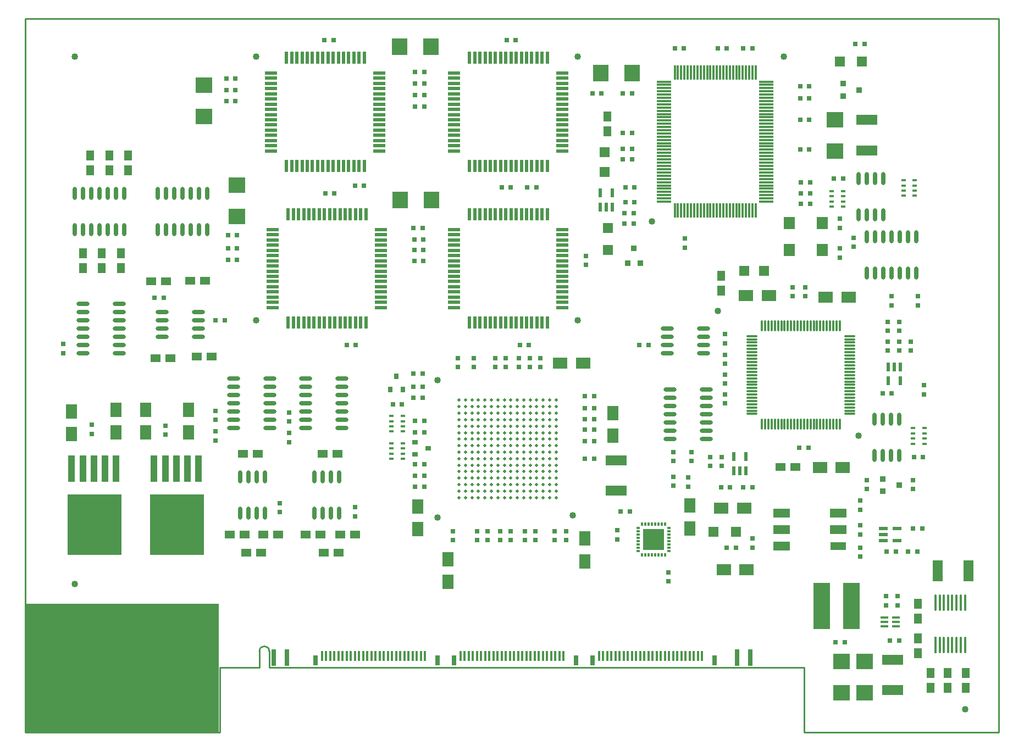
<source format=gtp>
%FSLAX23Y23*%
%MOIN*%
G70*
G01*
G75*
G04 Layer_Color=8421504*
%ADD10C,0.040*%
%ADD11R,0.037X0.035*%
%ADD12R,0.037X0.035*%
%ADD13R,0.075X0.020*%
%ADD14R,0.020X0.075*%
%ADD15R,0.330X0.370*%
%ADD16R,0.040X0.160*%
%ADD17R,0.090X0.012*%
%ADD18R,0.012X0.090*%
%ADD19R,0.031X0.060*%
%ADD20R,0.014X0.060*%
%ADD21R,0.030X0.100*%
%ADD22O,0.080X0.024*%
%ADD23O,0.024X0.080*%
%ADD24R,0.070X0.078*%
%ADD25R,0.063X0.063*%
%ADD26R,0.035X0.037*%
%ADD27R,0.035X0.037*%
%ADD28R,0.015X0.100*%
%ADD29O,0.015X0.100*%
%ADD30R,0.098X0.051*%
%ADD31R,0.100X0.052*%
%ADD32R,0.128X0.128*%
%ADD33R,0.020X0.012*%
%ADD34R,0.012X0.020*%
%ADD35R,0.030X0.030*%
%ADD36R,0.085X0.071*%
%ADD37R,0.071X0.085*%
%ADD38R,0.030X0.030*%
%ADD39R,0.125X0.060*%
%ADD40R,0.030X0.037*%
%ADD41R,0.060X0.050*%
%ADD42R,0.037X0.030*%
%ADD43R,0.050X0.060*%
%ADD44R,0.100X0.095*%
%ADD45R,0.060X0.060*%
%ADD46R,0.060X0.125*%
%ADD47R,0.028X0.017*%
%ADD48R,0.095X0.100*%
%ADD49R,0.063X0.063*%
%ADD50R,0.060X0.060*%
%ADD51O,0.071X0.012*%
%ADD52O,0.012X0.071*%
%ADD53R,0.100X0.280*%
%ADD54R,0.045X0.014*%
%ADD55R,0.057X0.022*%
%ADD56R,0.057X0.022*%
%ADD57R,0.022X0.057*%
%ADD58R,0.022X0.057*%
%ADD59C,0.019*%
%ADD60R,1.170X0.780*%
%ADD61C,0.020*%
%ADD62C,0.008*%
%ADD63C,0.006*%
%ADD64C,0.010*%
%ADD65C,0.015*%
%ADD66C,0.010*%
%ADD67C,0.050*%
%ADD68C,0.062*%
%ADD69R,0.062X0.062*%
%ADD70C,0.128*%
%ADD71C,0.236*%
%ADD72C,0.020*%
%ADD73C,0.025*%
%ADD74C,0.040*%
G04:AMPARAMS|DCode=75|XSize=85mil|YSize=85mil|CornerRadius=0mil|HoleSize=0mil|Usage=FLASHONLY|Rotation=0.000|XOffset=0mil|YOffset=0mil|HoleType=Round|Shape=Relief|Width=10mil|Gap=10mil|Entries=4|*
%AMTHD75*
7,0,0,0.085,0.065,0.010,45*
%
%ADD75THD75*%
%ADD76C,0.082*%
%ADD77C,0.132*%
G04:AMPARAMS|DCode=78|XSize=102mil|YSize=102mil|CornerRadius=0mil|HoleSize=0mil|Usage=FLASHONLY|Rotation=0.000|XOffset=0mil|YOffset=0mil|HoleType=Round|Shape=Relief|Width=10mil|Gap=10mil|Entries=4|*
%AMTHD78*
7,0,0,0.102,0.082,0.010,45*
%
%ADD78THD78*%
%ADD79C,0.065*%
G04:AMPARAMS|DCode=80|XSize=178mil|YSize=178mil|CornerRadius=0mil|HoleSize=0mil|Usage=FLASHONLY|Rotation=0.000|XOffset=0mil|YOffset=0mil|HoleType=Round|Shape=Relief|Width=10mil|Gap=10mil|Entries=4|*
%AMTHD80*
7,0,0,0.178,0.158,0.010,45*
%
%ADD80THD80*%
G04:AMPARAMS|DCode=81|XSize=96mil|YSize=96mil|CornerRadius=0mil|HoleSize=0mil|Usage=FLASHONLY|Rotation=0.000|XOffset=0mil|YOffset=0mil|HoleType=Round|Shape=Relief|Width=10mil|Gap=10mil|Entries=4|*
%AMTHD81*
7,0,0,0.096,0.076,0.010,45*
%
%ADD81THD81*%
%ADD82C,0.030*%
%ADD83C,0.035*%
%ADD84C,0.158*%
%ADD85C,0.076*%
%ADD86R,0.016X0.085*%
%ADD87R,0.707X0.020*%
%ADD88C,0.009*%
%ADD89C,0.010*%
%ADD90C,0.012*%
%ADD91C,0.024*%
%ADD92C,0.004*%
%ADD93C,0.008*%
%ADD94C,0.005*%
%ADD95R,0.350X0.200*%
D10*
X1400Y4100D02*
D03*
X3350D02*
D03*
X1400Y2500D02*
D03*
X3350D02*
D03*
X3800Y3100D02*
D03*
X4600Y4100D02*
D03*
X300Y900D02*
D03*
X5700Y140D02*
D03*
X300Y4100D02*
D03*
X2500Y1302D02*
D03*
X3320Y1316D02*
D03*
X2500Y2135D02*
D03*
X5055Y1800D02*
D03*
X4200Y2555D02*
D03*
D11*
X5201Y1537D02*
D03*
X5299Y1500D02*
D03*
X5058Y3898D02*
D03*
X4960Y3935D02*
D03*
D12*
X5201Y1463D02*
D03*
X4960Y3860D02*
D03*
D13*
X2148Y4000D02*
D03*
Y3969D02*
D03*
X1490Y3811D02*
D03*
Y3843D02*
D03*
X2148Y3906D02*
D03*
Y3874D02*
D03*
Y3811D02*
D03*
Y3780D02*
D03*
Y3748D02*
D03*
Y3685D02*
D03*
Y3654D02*
D03*
Y3622D02*
D03*
Y3591D02*
D03*
Y3559D02*
D03*
X1490Y3937D02*
D03*
X2148Y3528D02*
D03*
Y3717D02*
D03*
Y3937D02*
D03*
X1490Y3874D02*
D03*
Y3969D02*
D03*
Y3780D02*
D03*
Y3748D02*
D03*
Y3717D02*
D03*
Y3685D02*
D03*
Y3654D02*
D03*
Y3622D02*
D03*
Y3591D02*
D03*
Y3559D02*
D03*
Y3528D02*
D03*
Y4000D02*
D03*
Y3906D02*
D03*
X2148Y3843D02*
D03*
X2158Y3050D02*
D03*
Y3019D02*
D03*
X1500Y2861D02*
D03*
Y2893D02*
D03*
X2158Y2956D02*
D03*
Y2924D02*
D03*
Y2861D02*
D03*
Y2830D02*
D03*
Y2798D02*
D03*
Y2735D02*
D03*
Y2704D02*
D03*
Y2672D02*
D03*
Y2641D02*
D03*
Y2609D02*
D03*
X1500Y2987D02*
D03*
X2158Y2578D02*
D03*
Y2767D02*
D03*
Y2987D02*
D03*
X1500Y2924D02*
D03*
Y3019D02*
D03*
Y2830D02*
D03*
Y2798D02*
D03*
Y2767D02*
D03*
Y2735D02*
D03*
Y2704D02*
D03*
Y2672D02*
D03*
Y2641D02*
D03*
Y2609D02*
D03*
Y2578D02*
D03*
Y3050D02*
D03*
Y2956D02*
D03*
X2158Y2893D02*
D03*
X3258Y3050D02*
D03*
Y3019D02*
D03*
X2600Y2861D02*
D03*
Y2893D02*
D03*
X3258Y2956D02*
D03*
Y2924D02*
D03*
Y2861D02*
D03*
Y2830D02*
D03*
Y2798D02*
D03*
Y2735D02*
D03*
Y2704D02*
D03*
Y2672D02*
D03*
Y2641D02*
D03*
Y2609D02*
D03*
X2600Y2987D02*
D03*
X3258Y2578D02*
D03*
Y2767D02*
D03*
Y2987D02*
D03*
X2600Y2924D02*
D03*
Y3019D02*
D03*
Y2830D02*
D03*
Y2798D02*
D03*
Y2767D02*
D03*
Y2735D02*
D03*
Y2704D02*
D03*
Y2672D02*
D03*
Y2641D02*
D03*
Y2609D02*
D03*
Y2578D02*
D03*
Y3050D02*
D03*
Y2956D02*
D03*
X3258Y2893D02*
D03*
Y4000D02*
D03*
Y3969D02*
D03*
X2600Y3811D02*
D03*
Y3843D02*
D03*
X3258Y3906D02*
D03*
Y3874D02*
D03*
Y3811D02*
D03*
Y3780D02*
D03*
Y3748D02*
D03*
Y3685D02*
D03*
Y3654D02*
D03*
Y3622D02*
D03*
Y3591D02*
D03*
Y3559D02*
D03*
X2600Y3937D02*
D03*
X3258Y3528D02*
D03*
Y3717D02*
D03*
Y3937D02*
D03*
X2600Y3874D02*
D03*
Y3969D02*
D03*
Y3780D02*
D03*
Y3748D02*
D03*
Y3717D02*
D03*
Y3685D02*
D03*
Y3654D02*
D03*
Y3622D02*
D03*
Y3591D02*
D03*
Y3559D02*
D03*
Y3528D02*
D03*
Y4000D02*
D03*
Y3906D02*
D03*
X3258Y3843D02*
D03*
D14*
X1836Y4093D02*
D03*
X2057Y3436D02*
D03*
X2025D02*
D03*
X1962D02*
D03*
X1931D02*
D03*
X1868D02*
D03*
X1836D02*
D03*
X1647Y4093D02*
D03*
X1805Y3436D02*
D03*
X1899D02*
D03*
X2057Y4093D02*
D03*
X1742D02*
D03*
X1710D02*
D03*
X2025D02*
D03*
X1616D02*
D03*
X1679D02*
D03*
X1584Y3436D02*
D03*
X1616D02*
D03*
X1647D02*
D03*
X1679D02*
D03*
X1710D02*
D03*
X1742D02*
D03*
X1773D02*
D03*
X1899Y4093D02*
D03*
X1805D02*
D03*
X1931D02*
D03*
X1773D02*
D03*
X1962D02*
D03*
X1994D02*
D03*
X1584D02*
D03*
X1994Y3436D02*
D03*
X1868Y4093D02*
D03*
X1846Y3143D02*
D03*
X2067Y2486D02*
D03*
X2035D02*
D03*
X1972D02*
D03*
X1941D02*
D03*
X1878D02*
D03*
X1846D02*
D03*
X1657Y3143D02*
D03*
X1815Y2486D02*
D03*
X1909D02*
D03*
X2067Y3143D02*
D03*
X1752D02*
D03*
X1720D02*
D03*
X2035D02*
D03*
X1626D02*
D03*
X1689D02*
D03*
X1594Y2486D02*
D03*
X1626D02*
D03*
X1657D02*
D03*
X1689D02*
D03*
X1720D02*
D03*
X1752D02*
D03*
X1783D02*
D03*
X1909Y3143D02*
D03*
X1815D02*
D03*
X1941D02*
D03*
X1783D02*
D03*
X1972D02*
D03*
X2004D02*
D03*
X1594D02*
D03*
X2004Y2486D02*
D03*
X1878Y3143D02*
D03*
X2946D02*
D03*
X3167Y2486D02*
D03*
X3135D02*
D03*
X3072D02*
D03*
X3041D02*
D03*
X2978D02*
D03*
X2946D02*
D03*
X2757Y3143D02*
D03*
X2915Y2486D02*
D03*
X3009D02*
D03*
X3167Y3143D02*
D03*
X2852D02*
D03*
X2820D02*
D03*
X3135D02*
D03*
X2726D02*
D03*
X2789D02*
D03*
X2694Y2486D02*
D03*
X2726D02*
D03*
X2757D02*
D03*
X2789D02*
D03*
X2820D02*
D03*
X2852D02*
D03*
X2883D02*
D03*
X3009Y3143D02*
D03*
X2915D02*
D03*
X3041D02*
D03*
X2883D02*
D03*
X3072D02*
D03*
X3104D02*
D03*
X2694D02*
D03*
X3104Y2486D02*
D03*
X2978Y3143D02*
D03*
X2946Y4093D02*
D03*
X3167Y3436D02*
D03*
X3135D02*
D03*
X3072D02*
D03*
X3041D02*
D03*
X2978D02*
D03*
X2946D02*
D03*
X2757Y4093D02*
D03*
X2915Y3436D02*
D03*
X3009D02*
D03*
X3167Y4093D02*
D03*
X2852D02*
D03*
X2820D02*
D03*
X3135D02*
D03*
X2726D02*
D03*
X2789D02*
D03*
X2694Y3436D02*
D03*
X2726D02*
D03*
X2757D02*
D03*
X2789D02*
D03*
X2820D02*
D03*
X2852D02*
D03*
X2883D02*
D03*
X3009Y4093D02*
D03*
X2915D02*
D03*
X3041D02*
D03*
X2883D02*
D03*
X3072D02*
D03*
X3104D02*
D03*
X2694D02*
D03*
X3104Y3436D02*
D03*
X2978Y4093D02*
D03*
D15*
X920Y1260D02*
D03*
X420D02*
D03*
D16*
X849Y1600D02*
D03*
X782D02*
D03*
X916D02*
D03*
X1050D02*
D03*
X983D02*
D03*
X483D02*
D03*
X550D02*
D03*
X416D02*
D03*
X282D02*
D03*
X349D02*
D03*
D17*
X4495Y3220D02*
D03*
Y3279D02*
D03*
Y3318D02*
D03*
Y3338D02*
D03*
Y3358D02*
D03*
Y3377D02*
D03*
Y3417D02*
D03*
Y3476D02*
D03*
Y3496D02*
D03*
Y3515D02*
D03*
Y3771D02*
D03*
Y3791D02*
D03*
Y3811D02*
D03*
Y3870D02*
D03*
Y3948D02*
D03*
X3874Y3929D02*
D03*
Y3870D02*
D03*
Y3437D02*
D03*
Y3299D02*
D03*
Y3909D02*
D03*
Y3377D02*
D03*
Y3358D02*
D03*
Y3338D02*
D03*
Y3318D02*
D03*
X4495Y3614D02*
D03*
Y3633D02*
D03*
Y3653D02*
D03*
Y3673D02*
D03*
Y3692D02*
D03*
X3874Y3220D02*
D03*
X4495Y3437D02*
D03*
X3874Y3614D02*
D03*
Y3535D02*
D03*
Y3515D02*
D03*
Y3496D02*
D03*
Y3555D02*
D03*
Y3850D02*
D03*
Y3830D02*
D03*
X4495Y3456D02*
D03*
Y3594D02*
D03*
Y3732D02*
D03*
Y3259D02*
D03*
X3874Y3948D02*
D03*
Y3653D02*
D03*
Y3397D02*
D03*
X4495Y3751D02*
D03*
X3874Y3594D02*
D03*
X4495Y3397D02*
D03*
X3874Y3417D02*
D03*
X4495Y3889D02*
D03*
X3874Y3240D02*
D03*
Y3574D02*
D03*
Y3476D02*
D03*
Y3456D02*
D03*
X4495Y3830D02*
D03*
Y3850D02*
D03*
X3874Y3811D02*
D03*
Y3791D02*
D03*
Y3771D02*
D03*
Y3751D02*
D03*
Y3732D02*
D03*
Y3712D02*
D03*
Y3692D02*
D03*
Y3673D02*
D03*
X4495Y3909D02*
D03*
Y3929D02*
D03*
Y3299D02*
D03*
Y3555D02*
D03*
Y3574D02*
D03*
X3874Y3259D02*
D03*
X4495Y3535D02*
D03*
Y3240D02*
D03*
Y3712D02*
D03*
X3874Y3889D02*
D03*
Y3633D02*
D03*
Y3279D02*
D03*
D18*
X4372Y4004D02*
D03*
X4214Y3166D02*
D03*
X4234D02*
D03*
X4254D02*
D03*
X4273D02*
D03*
X4391D02*
D03*
X4411D02*
D03*
X4431D02*
D03*
X4332Y4004D02*
D03*
X4313D02*
D03*
X4293D02*
D03*
X4273D02*
D03*
X4136D02*
D03*
X4116D02*
D03*
X4096D02*
D03*
X4076D02*
D03*
X3939Y3166D02*
D03*
X3958D02*
D03*
X3978D02*
D03*
X4293D02*
D03*
X4313D02*
D03*
X4332D02*
D03*
X4352D02*
D03*
X4116D02*
D03*
X4037Y4004D02*
D03*
X4017D02*
D03*
X3998D02*
D03*
X3978D02*
D03*
X3958D02*
D03*
X4195Y3166D02*
D03*
X4372D02*
D03*
X4234Y4004D02*
D03*
X4057D02*
D03*
X4136Y3166D02*
D03*
X3998D02*
D03*
X4037D02*
D03*
X4096D02*
D03*
X4076D02*
D03*
X4431Y4004D02*
D03*
X4155Y3166D02*
D03*
X4411Y4004D02*
D03*
X4155D02*
D03*
X4195D02*
D03*
X4175D02*
D03*
X4214D02*
D03*
X4017Y3166D02*
D03*
X4352Y4004D02*
D03*
X4254D02*
D03*
X3939D02*
D03*
X4175Y3166D02*
D03*
X4391Y4004D02*
D03*
X4057Y3166D02*
D03*
D19*
X3442Y435D02*
D03*
X4182D02*
D03*
X3342D02*
D03*
X2602D02*
D03*
X2502D02*
D03*
X1762D02*
D03*
D20*
X4105Y463D02*
D03*
X4080D02*
D03*
X4055D02*
D03*
X4030D02*
D03*
X4005D02*
D03*
X3980D02*
D03*
X3955D02*
D03*
X3930D02*
D03*
X3905D02*
D03*
X3880D02*
D03*
X3855D02*
D03*
X3830D02*
D03*
X3805D02*
D03*
X3780D02*
D03*
X3755D02*
D03*
X3730D02*
D03*
X3705D02*
D03*
X3680D02*
D03*
X3655D02*
D03*
X3630D02*
D03*
X3605D02*
D03*
X3580D02*
D03*
X3555D02*
D03*
X3530D02*
D03*
X3505D02*
D03*
X3480D02*
D03*
X3265Y462D02*
D03*
X3240D02*
D03*
X3215D02*
D03*
X3190D02*
D03*
X3165D02*
D03*
X3140D02*
D03*
X3115D02*
D03*
X3090D02*
D03*
X3065D02*
D03*
X3040D02*
D03*
X3015D02*
D03*
X2990D02*
D03*
X2965D02*
D03*
X2940D02*
D03*
X2915D02*
D03*
X2890D02*
D03*
X2865D02*
D03*
X2840D02*
D03*
X2815D02*
D03*
X2790D02*
D03*
X2765D02*
D03*
X2740D02*
D03*
X2715D02*
D03*
X2690D02*
D03*
X2665D02*
D03*
X2640D02*
D03*
X2425D02*
D03*
X2400D02*
D03*
X2375D02*
D03*
X2350D02*
D03*
X2325D02*
D03*
X2300D02*
D03*
X2275D02*
D03*
X2250D02*
D03*
X2225D02*
D03*
X2200D02*
D03*
X2175D02*
D03*
X2150D02*
D03*
X2125D02*
D03*
X2100D02*
D03*
X2075D02*
D03*
X2050D02*
D03*
X2025D02*
D03*
X2000D02*
D03*
X1975D02*
D03*
X1950D02*
D03*
X1925D02*
D03*
X1900D02*
D03*
X1875D02*
D03*
X1850D02*
D03*
X1825D02*
D03*
X1800D02*
D03*
D21*
X1508Y453D02*
D03*
X1587D02*
D03*
X4318Y453D02*
D03*
X4397D02*
D03*
D22*
X1921Y1895D02*
D03*
Y2045D02*
D03*
X1701Y2145D02*
D03*
Y1995D02*
D03*
X1921Y1945D02*
D03*
Y1845D02*
D03*
X1701Y2045D02*
D03*
Y1895D02*
D03*
X1921Y1995D02*
D03*
Y2145D02*
D03*
X1701Y2095D02*
D03*
Y1945D02*
D03*
X1921Y2095D02*
D03*
X1701Y1845D02*
D03*
X4130Y1830D02*
D03*
Y1980D02*
D03*
X3910Y2080D02*
D03*
Y1930D02*
D03*
X4130Y1880D02*
D03*
Y1780D02*
D03*
X3910Y1980D02*
D03*
Y1830D02*
D03*
X4130Y1930D02*
D03*
Y2080D02*
D03*
X3910Y2030D02*
D03*
Y1880D02*
D03*
X4130Y2030D02*
D03*
X3910Y1780D02*
D03*
X570Y2350D02*
D03*
Y2500D02*
D03*
X350Y2600D02*
D03*
Y2450D02*
D03*
X570Y2400D02*
D03*
Y2300D02*
D03*
X350Y2500D02*
D03*
Y2350D02*
D03*
X570Y2450D02*
D03*
Y2600D02*
D03*
X350Y2550D02*
D03*
Y2400D02*
D03*
X570Y2550D02*
D03*
X350Y2300D02*
D03*
X1485Y1895D02*
D03*
Y2045D02*
D03*
X1265Y2145D02*
D03*
Y1995D02*
D03*
X1485Y1945D02*
D03*
Y1845D02*
D03*
X1265Y2045D02*
D03*
Y1895D02*
D03*
X1485Y1995D02*
D03*
Y2145D02*
D03*
X1265Y2095D02*
D03*
Y1945D02*
D03*
X1485Y2095D02*
D03*
X1265Y1845D02*
D03*
X4115Y2350D02*
D03*
Y2450D02*
D03*
X3895Y2400D02*
D03*
X4115D02*
D03*
Y2300D02*
D03*
X3895Y2350D02*
D03*
Y2450D02*
D03*
Y2300D02*
D03*
X1050Y2450D02*
D03*
Y2550D02*
D03*
X830Y2500D02*
D03*
X1050D02*
D03*
Y2400D02*
D03*
X830Y2450D02*
D03*
Y2400D02*
D03*
Y2550D02*
D03*
D23*
X855Y3050D02*
D03*
X1005D02*
D03*
X1105Y3270D02*
D03*
X955D02*
D03*
X905Y3050D02*
D03*
X805D02*
D03*
X1005Y3270D02*
D03*
X855D02*
D03*
X955Y3050D02*
D03*
X1105D02*
D03*
X1055Y3270D02*
D03*
X905D02*
D03*
X1055Y3050D02*
D03*
X805Y3270D02*
D03*
X1405Y1550D02*
D03*
X1305D02*
D03*
X1355Y1330D02*
D03*
Y1550D02*
D03*
X1455D02*
D03*
X1405Y1330D02*
D03*
X1305D02*
D03*
X1455D02*
D03*
X1855Y1550D02*
D03*
X1755D02*
D03*
X1805Y1330D02*
D03*
Y1550D02*
D03*
X1905D02*
D03*
X1855Y1330D02*
D03*
X1755D02*
D03*
X1905D02*
D03*
X350Y3050D02*
D03*
X500D02*
D03*
X600Y3270D02*
D03*
X450D02*
D03*
X400Y3050D02*
D03*
X300D02*
D03*
X500Y3270D02*
D03*
X350D02*
D03*
X450Y3050D02*
D03*
X600D02*
D03*
X550Y3270D02*
D03*
X400D02*
D03*
X550Y3050D02*
D03*
X300Y3270D02*
D03*
X5105Y3005D02*
D03*
X5355Y2785D02*
D03*
X5205Y3005D02*
D03*
X5355D02*
D03*
X5405Y2785D02*
D03*
X5255D02*
D03*
X5155Y3005D02*
D03*
X5305D02*
D03*
X5105Y2785D02*
D03*
X5205D02*
D03*
X5255Y3005D02*
D03*
X5405D02*
D03*
X5305Y2785D02*
D03*
X5155D02*
D03*
X5055Y3360D02*
D03*
X5205Y3140D02*
D03*
Y3360D02*
D03*
X5155Y3140D02*
D03*
X5055D02*
D03*
X5105Y3360D02*
D03*
X5155D02*
D03*
X5105Y3140D02*
D03*
X5300Y1680D02*
D03*
X5150Y1900D02*
D03*
Y1680D02*
D03*
X5200Y1900D02*
D03*
X5300D02*
D03*
X5250Y1680D02*
D03*
X5200D02*
D03*
X5250Y1900D02*
D03*
D24*
X4635Y3090D02*
D03*
Y2925D02*
D03*
X4835D02*
D03*
Y3090D02*
D03*
D25*
X3515Y3400D02*
D03*
Y3520D02*
D03*
D26*
X3655Y2845D02*
D03*
X3692Y2938D02*
D03*
D27*
X3730Y2845D02*
D03*
D28*
X5520Y530D02*
D03*
D29*
X5674Y785D02*
D03*
X5571D02*
D03*
X5546Y530D02*
D03*
X5597D02*
D03*
X5674D02*
D03*
X5571D02*
D03*
X5622D02*
D03*
X5648D02*
D03*
X5699Y785D02*
D03*
X5597D02*
D03*
X5648D02*
D03*
X5699Y530D02*
D03*
X5622Y785D02*
D03*
X5546D02*
D03*
X5520D02*
D03*
D30*
X4930Y1130D02*
D03*
D31*
Y1230D02*
D03*
Y1330D02*
D03*
X4587D02*
D03*
Y1230D02*
D03*
Y1130D02*
D03*
D32*
X3810Y1170D02*
D03*
D33*
X3717Y1239D02*
D03*
Y1219D02*
D03*
Y1200D02*
D03*
Y1180D02*
D03*
Y1160D02*
D03*
Y1140D02*
D03*
Y1121D02*
D03*
Y1101D02*
D03*
X3903Y1239D02*
D03*
Y1219D02*
D03*
Y1200D02*
D03*
Y1180D02*
D03*
Y1160D02*
D03*
Y1140D02*
D03*
Y1121D02*
D03*
Y1101D02*
D03*
D34*
X3741Y1077D02*
D03*
X3761D02*
D03*
X3780D02*
D03*
X3800D02*
D03*
X3820D02*
D03*
X3840D02*
D03*
X3859D02*
D03*
X3879D02*
D03*
X3741Y1263D02*
D03*
X3761D02*
D03*
X3780D02*
D03*
X3800D02*
D03*
X3820D02*
D03*
X3840D02*
D03*
X3859D02*
D03*
X3879D02*
D03*
D35*
X2420Y1490D02*
D03*
X2365D02*
D03*
X2410Y2030D02*
D03*
X2355D02*
D03*
X2410Y2175D02*
D03*
X2355D02*
D03*
X3450Y1835D02*
D03*
X3395D02*
D03*
X3450Y1660D02*
D03*
X3395D02*
D03*
X2365Y1555D02*
D03*
X2420D02*
D03*
X2365Y1890D02*
D03*
X2420D02*
D03*
X3395Y1765D02*
D03*
X3450D02*
D03*
X3395Y1900D02*
D03*
X3450D02*
D03*
X3395Y1965D02*
D03*
X3450D02*
D03*
X2285Y1990D02*
D03*
X2230D02*
D03*
X2410Y2095D02*
D03*
X2355D02*
D03*
X3395Y2040D02*
D03*
X3450D02*
D03*
X840Y2635D02*
D03*
X785D02*
D03*
X1210Y2500D02*
D03*
X1155D02*
D03*
X2420Y1820D02*
D03*
X2365D02*
D03*
X2420Y1625D02*
D03*
X2365D02*
D03*
X3780Y2350D02*
D03*
X3725D02*
D03*
X4970Y545D02*
D03*
X4915D02*
D03*
X3612Y1341D02*
D03*
X3667D02*
D03*
X5300Y555D02*
D03*
X5245D02*
D03*
X5385Y1235D02*
D03*
X5440D02*
D03*
X4255Y1120D02*
D03*
X4310D02*
D03*
X5410Y1095D02*
D03*
X5355D02*
D03*
X5280D02*
D03*
X5225D02*
D03*
X4410Y1485D02*
D03*
X4355D02*
D03*
X4220Y1485D02*
D03*
X4275D02*
D03*
X1230Y3015D02*
D03*
X1285D02*
D03*
X2410Y3060D02*
D03*
X2355D02*
D03*
X4960Y3360D02*
D03*
X4905D02*
D03*
X5035Y4175D02*
D03*
X5090D02*
D03*
X4700Y3845D02*
D03*
X4755D02*
D03*
X1230Y2935D02*
D03*
X1285D02*
D03*
X1230Y2865D02*
D03*
X1285D02*
D03*
X2005Y2350D02*
D03*
X1950D02*
D03*
X2415Y2860D02*
D03*
X2360D02*
D03*
X1820Y3270D02*
D03*
X1875D02*
D03*
X2360Y2925D02*
D03*
X2415D02*
D03*
X2360Y2990D02*
D03*
X2415D02*
D03*
X3000Y2350D02*
D03*
X3055D02*
D03*
X2890Y3305D02*
D03*
X2945D02*
D03*
X3625Y3475D02*
D03*
X3680D02*
D03*
Y3540D02*
D03*
X3625D02*
D03*
X4695Y1725D02*
D03*
X4750D02*
D03*
X4760Y3335D02*
D03*
X4705D02*
D03*
X3640Y3215D02*
D03*
X3695D02*
D03*
X1275Y3965D02*
D03*
X1220D02*
D03*
X2365Y4005D02*
D03*
X2420D02*
D03*
X3690Y3150D02*
D03*
X3635D02*
D03*
X4755Y3920D02*
D03*
X4700D02*
D03*
X3635Y3085D02*
D03*
X3690D02*
D03*
X4700Y3535D02*
D03*
X4755D02*
D03*
X5390Y1670D02*
D03*
X5445D02*
D03*
X4705Y3205D02*
D03*
X4760D02*
D03*
X5200Y2055D02*
D03*
X5255D02*
D03*
X1220Y3895D02*
D03*
X1275D02*
D03*
X1220Y3830D02*
D03*
X1275D02*
D03*
X2055Y3315D02*
D03*
X2000D02*
D03*
X2420Y3795D02*
D03*
X2365D02*
D03*
X1815Y4200D02*
D03*
X1870D02*
D03*
X2365Y3865D02*
D03*
X2420D02*
D03*
X2365Y3935D02*
D03*
X2420D02*
D03*
X2920Y4200D02*
D03*
X2975D02*
D03*
X3495Y3875D02*
D03*
X3440D02*
D03*
X3045Y3305D02*
D03*
X3100D02*
D03*
X3995Y4150D02*
D03*
X3940D02*
D03*
X3625Y3875D02*
D03*
X3680D02*
D03*
X3625Y3635D02*
D03*
X3680D02*
D03*
X3640Y3305D02*
D03*
X3695D02*
D03*
X4760Y3270D02*
D03*
X4705D02*
D03*
X4755Y3715D02*
D03*
X4700D02*
D03*
X4410Y4150D02*
D03*
X4355D02*
D03*
X4200Y4150D02*
D03*
X4255D02*
D03*
D36*
X3245Y2240D02*
D03*
X3383D02*
D03*
X4375Y985D02*
D03*
X4237D02*
D03*
X4360Y1360D02*
D03*
X4222D02*
D03*
X4510Y2650D02*
D03*
X4372D02*
D03*
X4820Y1605D02*
D03*
X4958D02*
D03*
X4855Y2640D02*
D03*
X4993D02*
D03*
D37*
X2565Y1050D02*
D03*
Y912D02*
D03*
X3395Y1175D02*
D03*
Y1037D02*
D03*
X2380Y1370D02*
D03*
Y1232D02*
D03*
X3565Y1800D02*
D03*
Y1938D02*
D03*
X4030Y1375D02*
D03*
Y1237D02*
D03*
X730Y1820D02*
D03*
Y1958D02*
D03*
X990Y1820D02*
D03*
Y1958D02*
D03*
X280Y1810D02*
D03*
Y1948D02*
D03*
X550Y1820D02*
D03*
Y1958D02*
D03*
D38*
X2595Y1220D02*
D03*
Y1165D02*
D03*
X2740Y1220D02*
D03*
Y1165D02*
D03*
X2805Y1220D02*
D03*
Y1165D02*
D03*
X3030Y1220D02*
D03*
Y1165D02*
D03*
X3095Y1220D02*
D03*
Y1165D02*
D03*
X3280Y1220D02*
D03*
Y1165D02*
D03*
X3210Y1220D02*
D03*
Y1165D02*
D03*
X3060Y2215D02*
D03*
Y2270D02*
D03*
X3125Y2215D02*
D03*
Y2270D02*
D03*
X2915Y2215D02*
D03*
Y2270D02*
D03*
X2720Y2215D02*
D03*
Y2270D02*
D03*
X2625Y2215D02*
D03*
Y2270D02*
D03*
X2850Y2215D02*
D03*
Y2270D02*
D03*
X2945Y1165D02*
D03*
Y1220D02*
D03*
X2880Y1165D02*
D03*
Y1220D02*
D03*
X3930Y1700D02*
D03*
Y1645D02*
D03*
X1600Y1760D02*
D03*
Y1815D02*
D03*
X1155Y1770D02*
D03*
Y1825D02*
D03*
X1600Y1940D02*
D03*
Y1885D02*
D03*
X4040Y1700D02*
D03*
Y1645D02*
D03*
X5450Y2050D02*
D03*
Y2105D02*
D03*
X2995Y2215D02*
D03*
Y2270D02*
D03*
X2000Y1310D02*
D03*
Y1365D02*
D03*
X4245Y2360D02*
D03*
Y2415D02*
D03*
X5415Y2590D02*
D03*
Y2645D02*
D03*
X1545Y1335D02*
D03*
Y1390D02*
D03*
X230Y2300D02*
D03*
Y2355D02*
D03*
X1155Y1895D02*
D03*
Y1950D02*
D03*
X3900Y915D02*
D03*
Y970D02*
D03*
X850Y1860D02*
D03*
Y1805D02*
D03*
X405Y1865D02*
D03*
Y1810D02*
D03*
X3590Y1170D02*
D03*
Y1225D02*
D03*
X5065Y1200D02*
D03*
Y1255D02*
D03*
Y1065D02*
D03*
Y1120D02*
D03*
X5290Y770D02*
D03*
Y825D02*
D03*
X5220Y770D02*
D03*
Y825D02*
D03*
X5065Y1405D02*
D03*
Y1350D02*
D03*
X4410Y1120D02*
D03*
Y1175D02*
D03*
X5025Y3000D02*
D03*
Y2945D02*
D03*
X4155Y1670D02*
D03*
Y1615D02*
D03*
X4225Y1670D02*
D03*
Y1615D02*
D03*
X5385Y1475D02*
D03*
Y1530D02*
D03*
X5105D02*
D03*
Y1475D02*
D03*
X4245Y2170D02*
D03*
Y2115D02*
D03*
Y2050D02*
D03*
Y1995D02*
D03*
X5255Y2645D02*
D03*
Y2590D02*
D03*
X4245Y2235D02*
D03*
Y2290D02*
D03*
X5300Y2490D02*
D03*
Y2435D02*
D03*
X3930Y1495D02*
D03*
Y1550D02*
D03*
X5230Y2435D02*
D03*
Y2490D02*
D03*
X4020Y1545D02*
D03*
Y1490D02*
D03*
X3400Y2835D02*
D03*
Y2890D02*
D03*
X4655Y2700D02*
D03*
Y2645D02*
D03*
X4730D02*
D03*
Y2700D02*
D03*
X5300Y2370D02*
D03*
Y2315D02*
D03*
X5230D02*
D03*
Y2370D02*
D03*
X4940Y3060D02*
D03*
Y3115D02*
D03*
X4940Y2935D02*
D03*
Y2880D02*
D03*
X5370Y2315D02*
D03*
Y2370D02*
D03*
X4000Y2940D02*
D03*
Y2995D02*
D03*
D39*
X3585Y1650D02*
D03*
Y1465D02*
D03*
X5260Y255D02*
D03*
Y440D02*
D03*
X5105Y3715D02*
D03*
Y3530D02*
D03*
D40*
X2252Y2159D02*
D03*
X2290Y2080D02*
D03*
X2215Y2080D02*
D03*
D41*
X1000Y2740D02*
D03*
X1090D02*
D03*
X855Y2735D02*
D03*
X765D02*
D03*
X880Y2270D02*
D03*
X790D02*
D03*
X1130Y2280D02*
D03*
X1040D02*
D03*
X1910Y1200D02*
D03*
X2000D02*
D03*
X1895Y1690D02*
D03*
X1805D02*
D03*
X1700Y1200D02*
D03*
X1790D02*
D03*
X1900Y1090D02*
D03*
X1810D02*
D03*
X1445Y1200D02*
D03*
X1535D02*
D03*
X1320Y1690D02*
D03*
X1410D02*
D03*
X1240Y1200D02*
D03*
X1330D02*
D03*
X1430Y1090D02*
D03*
X1340D02*
D03*
X4670Y1610D02*
D03*
X4580D02*
D03*
D42*
X2444Y1723D02*
D03*
X2365Y1685D02*
D03*
X2365Y1760D02*
D03*
D43*
X510Y3500D02*
D03*
Y3410D02*
D03*
X395Y3500D02*
D03*
Y3410D02*
D03*
X625Y3500D02*
D03*
Y3410D02*
D03*
X580Y2815D02*
D03*
Y2905D02*
D03*
X465Y2815D02*
D03*
Y2905D02*
D03*
X350Y2815D02*
D03*
Y2905D02*
D03*
X5705Y360D02*
D03*
Y270D02*
D03*
X5415Y570D02*
D03*
Y480D02*
D03*
Y780D02*
D03*
Y690D02*
D03*
X5490Y360D02*
D03*
Y270D02*
D03*
X5595Y360D02*
D03*
Y270D02*
D03*
X3530Y3735D02*
D03*
Y3645D02*
D03*
X4220Y2770D02*
D03*
Y2680D02*
D03*
D44*
X4950Y240D02*
D03*
Y430D02*
D03*
X5090Y240D02*
D03*
Y430D02*
D03*
X1285Y3130D02*
D03*
Y3320D02*
D03*
X4910Y3715D02*
D03*
Y3525D02*
D03*
X1085Y3925D02*
D03*
Y3735D02*
D03*
D45*
X4175Y1215D02*
D03*
X4310D02*
D03*
X5075Y4070D02*
D03*
X4940D02*
D03*
D46*
X5535Y980D02*
D03*
X5720D02*
D03*
D47*
X4892Y3190D02*
D03*
Y3221D02*
D03*
Y3253D02*
D03*
Y3284D02*
D03*
X4960D02*
D03*
Y3253D02*
D03*
Y3221D02*
D03*
Y3190D02*
D03*
X5327Y3255D02*
D03*
Y3286D02*
D03*
Y3318D02*
D03*
Y3349D02*
D03*
X5395D02*
D03*
Y3318D02*
D03*
Y3286D02*
D03*
Y3255D02*
D03*
X5453Y1845D02*
D03*
Y1814D02*
D03*
Y1782D02*
D03*
Y1751D02*
D03*
X5385D02*
D03*
Y1782D02*
D03*
Y1814D02*
D03*
Y1845D02*
D03*
X2290Y1825D02*
D03*
Y1856D02*
D03*
Y1888D02*
D03*
Y1919D02*
D03*
X2222D02*
D03*
Y1888D02*
D03*
Y1856D02*
D03*
Y1825D02*
D03*
X2290Y1660D02*
D03*
Y1691D02*
D03*
Y1723D02*
D03*
Y1754D02*
D03*
X2222D02*
D03*
Y1723D02*
D03*
Y1691D02*
D03*
Y1660D02*
D03*
D48*
X2465Y3230D02*
D03*
X2275D02*
D03*
X2460Y4160D02*
D03*
X2270D02*
D03*
X3490Y4000D02*
D03*
X3680D02*
D03*
D49*
X4360Y2800D02*
D03*
X4480D02*
D03*
D50*
X3535Y3060D02*
D03*
Y2925D02*
D03*
D51*
X5001Y2404D02*
D03*
Y2365D02*
D03*
Y2345D02*
D03*
Y2325D02*
D03*
Y2306D02*
D03*
Y2286D02*
D03*
Y2266D02*
D03*
Y2246D02*
D03*
Y2227D02*
D03*
Y2207D02*
D03*
Y2187D02*
D03*
Y2168D02*
D03*
Y2148D02*
D03*
Y2128D02*
D03*
Y2109D02*
D03*
Y2089D02*
D03*
Y2069D02*
D03*
Y2050D02*
D03*
Y2030D02*
D03*
Y2010D02*
D03*
Y1991D02*
D03*
Y1971D02*
D03*
Y1951D02*
D03*
Y1932D02*
D03*
X4407D02*
D03*
Y1951D02*
D03*
Y1971D02*
D03*
Y1991D02*
D03*
Y2010D02*
D03*
Y2030D02*
D03*
Y2050D02*
D03*
Y2069D02*
D03*
Y2089D02*
D03*
Y2109D02*
D03*
Y2128D02*
D03*
Y2148D02*
D03*
Y2168D02*
D03*
Y2187D02*
D03*
Y2207D02*
D03*
Y2227D02*
D03*
Y2246D02*
D03*
Y2266D02*
D03*
Y2286D02*
D03*
Y2306D02*
D03*
Y2325D02*
D03*
Y2345D02*
D03*
Y2365D02*
D03*
Y2384D02*
D03*
Y2404D02*
D03*
X5001Y2384D02*
D03*
D52*
X4940Y1871D02*
D03*
X4920D02*
D03*
X4901D02*
D03*
X4881D02*
D03*
X4861D02*
D03*
X4842D02*
D03*
X4822D02*
D03*
X4802D02*
D03*
X4783D02*
D03*
X4763D02*
D03*
X4743D02*
D03*
X4723D02*
D03*
X4704D02*
D03*
X4684D02*
D03*
X4664D02*
D03*
X4645D02*
D03*
X4625D02*
D03*
X4605D02*
D03*
X4586D02*
D03*
X4566D02*
D03*
X4546D02*
D03*
X4527D02*
D03*
X4507D02*
D03*
X4487D02*
D03*
X4468D02*
D03*
Y2465D02*
D03*
X4487D02*
D03*
X4507D02*
D03*
X4527D02*
D03*
X4546D02*
D03*
X4566D02*
D03*
X4586D02*
D03*
X4605D02*
D03*
X4625D02*
D03*
X4645D02*
D03*
X4664D02*
D03*
X4684D02*
D03*
X4704D02*
D03*
X4723D02*
D03*
X4743D02*
D03*
X4763D02*
D03*
X4783D02*
D03*
X4802D02*
D03*
X4822D02*
D03*
X4842D02*
D03*
X4861D02*
D03*
X4881D02*
D03*
X4901D02*
D03*
X4920D02*
D03*
X4940D02*
D03*
D53*
X5011Y765D02*
D03*
X4830D02*
D03*
D54*
X5211Y696D02*
D03*
Y670D02*
D03*
Y644D02*
D03*
X5279Y670D02*
D03*
Y644D02*
D03*
X5279Y696D02*
D03*
D55*
X5203Y1237D02*
D03*
D56*
X5203Y1200D02*
D03*
Y1163D02*
D03*
X5287D02*
D03*
Y1237D02*
D03*
D57*
X5307Y2217D02*
D03*
X3488Y3188D02*
D03*
X4298Y1588D02*
D03*
D58*
X5270Y2217D02*
D03*
X5233D02*
D03*
Y2133D02*
D03*
X5307D02*
D03*
X3525Y3188D02*
D03*
X3562D02*
D03*
Y3272D02*
D03*
X3488D02*
D03*
X4335Y1588D02*
D03*
X4372D02*
D03*
Y1672D02*
D03*
X4298D02*
D03*
D59*
X3221Y1424D02*
D03*
X3181D02*
D03*
X3142D02*
D03*
X3102D02*
D03*
X3063D02*
D03*
X3024D02*
D03*
X2984D02*
D03*
X2945D02*
D03*
X2906D02*
D03*
X2866D02*
D03*
X2827D02*
D03*
X2787D02*
D03*
X2748D02*
D03*
X2709D02*
D03*
X2669D02*
D03*
X2630D02*
D03*
X3221Y1464D02*
D03*
X3181D02*
D03*
X3142D02*
D03*
X3102D02*
D03*
X3063D02*
D03*
X3024D02*
D03*
X2984D02*
D03*
X2945D02*
D03*
X2906D02*
D03*
X2866D02*
D03*
X2827D02*
D03*
X2787D02*
D03*
X2748D02*
D03*
X2709D02*
D03*
X2669D02*
D03*
X2630D02*
D03*
X3221Y1503D02*
D03*
X3181D02*
D03*
X3142D02*
D03*
X3102D02*
D03*
X3063D02*
D03*
X3024D02*
D03*
X2984D02*
D03*
X2945D02*
D03*
X2906D02*
D03*
X2866D02*
D03*
X2827D02*
D03*
X2787D02*
D03*
X2748D02*
D03*
X2709D02*
D03*
X2669D02*
D03*
X2630D02*
D03*
X3221Y1543D02*
D03*
X3181D02*
D03*
X3142D02*
D03*
X3102D02*
D03*
X3063D02*
D03*
X3024D02*
D03*
X2984D02*
D03*
X2945D02*
D03*
X2906D02*
D03*
X2866D02*
D03*
X2827D02*
D03*
X2787D02*
D03*
X2748D02*
D03*
X2709D02*
D03*
X2669D02*
D03*
X2630D02*
D03*
X3221Y1582D02*
D03*
X3181D02*
D03*
X3142D02*
D03*
X3102D02*
D03*
X3063D02*
D03*
X3024D02*
D03*
X2984D02*
D03*
X2945D02*
D03*
X2906D02*
D03*
X2866D02*
D03*
X2827D02*
D03*
X2787D02*
D03*
X2748D02*
D03*
X2709D02*
D03*
X2669D02*
D03*
X2630D02*
D03*
X3221Y1621D02*
D03*
X3181D02*
D03*
X3142D02*
D03*
X3102D02*
D03*
X3063D02*
D03*
X3024D02*
D03*
X2984D02*
D03*
X2945D02*
D03*
X2906D02*
D03*
X2866D02*
D03*
X2827D02*
D03*
X2787D02*
D03*
X2748D02*
D03*
X2709D02*
D03*
X2669D02*
D03*
X2630D02*
D03*
X3221Y1661D02*
D03*
X3181D02*
D03*
X3142D02*
D03*
X3102D02*
D03*
X3063D02*
D03*
X3024D02*
D03*
X2984D02*
D03*
X2945D02*
D03*
X2906D02*
D03*
X2866D02*
D03*
X2827D02*
D03*
X2787D02*
D03*
X2748D02*
D03*
X2709D02*
D03*
X2669D02*
D03*
X2630D02*
D03*
X3221Y1700D02*
D03*
X3181D02*
D03*
X3142D02*
D03*
X3102D02*
D03*
X3063D02*
D03*
X3024D02*
D03*
X2984D02*
D03*
X2945D02*
D03*
X2906D02*
D03*
X2866D02*
D03*
X2827D02*
D03*
X2787D02*
D03*
X2748D02*
D03*
X2709D02*
D03*
X2669D02*
D03*
X2630D02*
D03*
X3221Y1739D02*
D03*
X3181D02*
D03*
X3142D02*
D03*
X3102D02*
D03*
X3063D02*
D03*
X3024D02*
D03*
X2984D02*
D03*
X2945D02*
D03*
X2906D02*
D03*
X2866D02*
D03*
X2827D02*
D03*
X2787D02*
D03*
X2748D02*
D03*
X2709D02*
D03*
X2669D02*
D03*
X2630D02*
D03*
X3221Y1779D02*
D03*
X3181D02*
D03*
X3142D02*
D03*
X3102D02*
D03*
X3063D02*
D03*
X3024D02*
D03*
X2984D02*
D03*
X2945D02*
D03*
X2906D02*
D03*
X2866D02*
D03*
X2827D02*
D03*
X2787D02*
D03*
X2748D02*
D03*
X2709D02*
D03*
X2669D02*
D03*
X2630D02*
D03*
X3221Y1818D02*
D03*
X3181D02*
D03*
X3142D02*
D03*
X3102D02*
D03*
X3063D02*
D03*
X3024D02*
D03*
X2984D02*
D03*
X2945D02*
D03*
X2906D02*
D03*
X2866D02*
D03*
X2827D02*
D03*
X2787D02*
D03*
X2748D02*
D03*
X2709D02*
D03*
X2669D02*
D03*
X2630D02*
D03*
X3221Y1858D02*
D03*
X3181D02*
D03*
X3142D02*
D03*
X3102D02*
D03*
X3063D02*
D03*
X3024D02*
D03*
X2984D02*
D03*
X2945D02*
D03*
X2906D02*
D03*
X2866D02*
D03*
X2827D02*
D03*
X2787D02*
D03*
X2748D02*
D03*
X2709D02*
D03*
X2669D02*
D03*
X2630D02*
D03*
X3221Y1897D02*
D03*
X3181D02*
D03*
X3142D02*
D03*
X3102D02*
D03*
X3063D02*
D03*
X3024D02*
D03*
X2984D02*
D03*
X2945D02*
D03*
X2906D02*
D03*
X2866D02*
D03*
X2827D02*
D03*
X2787D02*
D03*
X2748D02*
D03*
X2709D02*
D03*
X2669D02*
D03*
X2630D02*
D03*
X3221Y1936D02*
D03*
X3181D02*
D03*
X3142D02*
D03*
X3102D02*
D03*
X3063D02*
D03*
X3024D02*
D03*
X2984D02*
D03*
X2945D02*
D03*
X2906D02*
D03*
X2866D02*
D03*
X2827D02*
D03*
X2787D02*
D03*
X2748D02*
D03*
X2709D02*
D03*
X2669D02*
D03*
X2630D02*
D03*
X3221Y1976D02*
D03*
X3181D02*
D03*
X3142D02*
D03*
X3102D02*
D03*
X3063D02*
D03*
X3024D02*
D03*
X2984D02*
D03*
X2945D02*
D03*
X2906D02*
D03*
X2866D02*
D03*
X2827D02*
D03*
X2787D02*
D03*
X2748D02*
D03*
X2709D02*
D03*
X2669D02*
D03*
X2630D02*
D03*
X3221Y2015D02*
D03*
X3181D02*
D03*
X3142D02*
D03*
X3102D02*
D03*
X3063D02*
D03*
X3024D02*
D03*
X2984D02*
D03*
X2945D02*
D03*
X2906D02*
D03*
X2866D02*
D03*
X2827D02*
D03*
X2787D02*
D03*
X2748D02*
D03*
X2709D02*
D03*
X2669D02*
D03*
X2630D02*
D03*
D60*
X590Y390D02*
D03*
D64*
X1480Y492D02*
G03*
X1420Y492I-30J0D01*
G01*
X5905Y0D02*
Y4330D01*
X0D02*
X5905D01*
X1420Y394D02*
Y492D01*
X1480Y395D02*
Y492D01*
Y394D02*
X4117D01*
X4725D01*
X1180D02*
X1420D01*
X4725Y0D02*
X5905D01*
X4725D02*
Y394D01*
X0Y0D02*
Y4330D01*
Y0D02*
X1180D01*
Y394D01*
M02*

</source>
